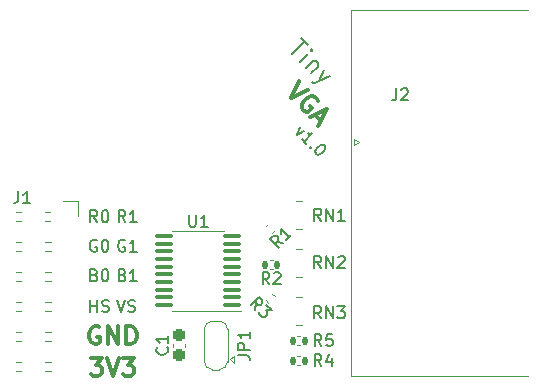
<source format=gbr>
%TF.GenerationSoftware,KiCad,Pcbnew,7.0.8*%
%TF.CreationDate,2023-10-23T19:29:07+02:00*%
%TF.ProjectId,tiny-vga,74696e79-2d76-4676-912e-6b696361645f,v1.0*%
%TF.SameCoordinates,Original*%
%TF.FileFunction,Legend,Top*%
%TF.FilePolarity,Positive*%
%FSLAX46Y46*%
G04 Gerber Fmt 4.6, Leading zero omitted, Abs format (unit mm)*
G04 Created by KiCad (PCBNEW 7.0.8) date 2023-10-23 19:29:07*
%MOMM*%
%LPD*%
G01*
G04 APERTURE LIST*
G04 Aperture macros list*
%AMRoundRect*
0 Rectangle with rounded corners*
0 $1 Rounding radius*
0 $2 $3 $4 $5 $6 $7 $8 $9 X,Y pos of 4 corners*
0 Add a 4 corners polygon primitive as box body*
4,1,4,$2,$3,$4,$5,$6,$7,$8,$9,$2,$3,0*
0 Add four circle primitives for the rounded corners*
1,1,$1+$1,$2,$3*
1,1,$1+$1,$4,$5*
1,1,$1+$1,$6,$7*
1,1,$1+$1,$8,$9*
0 Add four rect primitives between the rounded corners*
20,1,$1+$1,$2,$3,$4,$5,0*
20,1,$1+$1,$4,$5,$6,$7,0*
20,1,$1+$1,$6,$7,$8,$9,0*
20,1,$1+$1,$8,$9,$2,$3,0*%
%AMFreePoly0*
4,1,19,0.550000,-0.750000,0.000000,-0.750000,0.000000,-0.744911,-0.071157,-0.744911,-0.207708,-0.704816,-0.327430,-0.627875,-0.420627,-0.520320,-0.479746,-0.390866,-0.500000,-0.250000,-0.500000,0.250000,-0.479746,0.390866,-0.420627,0.520320,-0.327430,0.627875,-0.207708,0.704816,-0.071157,0.744911,0.000000,0.744911,0.000000,0.750000,0.550000,0.750000,0.550000,-0.750000,0.550000,-0.750000,
$1*%
%AMFreePoly1*
4,1,19,0.000000,0.744911,0.071157,0.744911,0.207708,0.704816,0.327430,0.627875,0.420627,0.520320,0.479746,0.390866,0.500000,0.250000,0.500000,-0.250000,0.479746,-0.390866,0.420627,-0.520320,0.327430,-0.627875,0.207708,-0.704816,0.071157,-0.744911,0.000000,-0.744911,0.000000,-0.750000,-0.550000,-0.750000,-0.550000,0.750000,0.000000,0.750000,0.000000,0.744911,0.000000,0.744911,
$1*%
G04 Aperture macros list end*
%ADD10C,0.200000*%
%ADD11C,0.300000*%
%ADD12C,0.350000*%
%ADD13C,0.150000*%
%ADD14C,0.120000*%
%ADD15RoundRect,0.135000X-0.035355X0.226274X-0.226274X0.035355X0.035355X-0.226274X0.226274X-0.035355X0*%
%ADD16R,0.500000X0.400000*%
%ADD17R,0.500000X0.300000*%
%ADD18FreePoly0,90.000000*%
%ADD19R,1.500000X1.000000*%
%ADD20FreePoly1,90.000000*%
%ADD21R,1.700000X1.700000*%
%ADD22O,1.700000X1.700000*%
%ADD23RoundRect,0.135000X0.135000X0.185000X-0.135000X0.185000X-0.135000X-0.185000X0.135000X-0.185000X0*%
%ADD24C,4.000000*%
%ADD25R,1.600000X1.600000*%
%ADD26C,1.600000*%
%ADD27RoundRect,0.135000X-0.135000X-0.185000X0.135000X-0.185000X0.135000X0.185000X-0.135000X0.185000X0*%
%ADD28RoundRect,0.135000X0.226274X0.035355X0.035355X0.226274X-0.226274X-0.035355X-0.035355X-0.226274X0*%
%ADD29RoundRect,0.100000X0.637500X0.100000X-0.637500X0.100000X-0.637500X-0.100000X0.637500X-0.100000X0*%
%ADD30RoundRect,0.237500X-0.237500X0.300000X-0.237500X-0.300000X0.237500X-0.300000X0.237500X0.300000X0*%
G04 APERTURE END LIST*
D10*
X137126816Y-86567219D02*
X137460149Y-87567219D01*
X137460149Y-87567219D02*
X137793482Y-86567219D01*
X138079197Y-87519600D02*
X138222054Y-87567219D01*
X138222054Y-87567219D02*
X138460149Y-87567219D01*
X138460149Y-87567219D02*
X138555387Y-87519600D01*
X138555387Y-87519600D02*
X138603006Y-87471980D01*
X138603006Y-87471980D02*
X138650625Y-87376742D01*
X138650625Y-87376742D02*
X138650625Y-87281504D01*
X138650625Y-87281504D02*
X138603006Y-87186266D01*
X138603006Y-87186266D02*
X138555387Y-87138647D01*
X138555387Y-87138647D02*
X138460149Y-87091028D01*
X138460149Y-87091028D02*
X138269673Y-87043409D01*
X138269673Y-87043409D02*
X138174435Y-86995790D01*
X138174435Y-86995790D02*
X138126816Y-86948171D01*
X138126816Y-86948171D02*
X138079197Y-86852933D01*
X138079197Y-86852933D02*
X138079197Y-86757695D01*
X138079197Y-86757695D02*
X138126816Y-86662457D01*
X138126816Y-86662457D02*
X138174435Y-86614838D01*
X138174435Y-86614838D02*
X138269673Y-86567219D01*
X138269673Y-86567219D02*
X138507768Y-86567219D01*
X138507768Y-86567219D02*
X138650625Y-86614838D01*
X135441101Y-79967219D02*
X135107768Y-79491028D01*
X134869673Y-79967219D02*
X134869673Y-78967219D01*
X134869673Y-78967219D02*
X135250625Y-78967219D01*
X135250625Y-78967219D02*
X135345863Y-79014838D01*
X135345863Y-79014838D02*
X135393482Y-79062457D01*
X135393482Y-79062457D02*
X135441101Y-79157695D01*
X135441101Y-79157695D02*
X135441101Y-79300552D01*
X135441101Y-79300552D02*
X135393482Y-79395790D01*
X135393482Y-79395790D02*
X135345863Y-79443409D01*
X135345863Y-79443409D02*
X135250625Y-79491028D01*
X135250625Y-79491028D02*
X134869673Y-79491028D01*
X136060149Y-78967219D02*
X136155387Y-78967219D01*
X136155387Y-78967219D02*
X136250625Y-79014838D01*
X136250625Y-79014838D02*
X136298244Y-79062457D01*
X136298244Y-79062457D02*
X136345863Y-79157695D01*
X136345863Y-79157695D02*
X136393482Y-79348171D01*
X136393482Y-79348171D02*
X136393482Y-79586266D01*
X136393482Y-79586266D02*
X136345863Y-79776742D01*
X136345863Y-79776742D02*
X136298244Y-79871980D01*
X136298244Y-79871980D02*
X136250625Y-79919600D01*
X136250625Y-79919600D02*
X136155387Y-79967219D01*
X136155387Y-79967219D02*
X136060149Y-79967219D01*
X136060149Y-79967219D02*
X135964911Y-79919600D01*
X135964911Y-79919600D02*
X135917292Y-79871980D01*
X135917292Y-79871980D02*
X135869673Y-79776742D01*
X135869673Y-79776742D02*
X135822054Y-79586266D01*
X135822054Y-79586266D02*
X135822054Y-79348171D01*
X135822054Y-79348171D02*
X135869673Y-79157695D01*
X135869673Y-79157695D02*
X135917292Y-79062457D01*
X135917292Y-79062457D02*
X135964911Y-79014838D01*
X135964911Y-79014838D02*
X136060149Y-78967219D01*
X152691873Y-64396236D02*
X153297965Y-65002327D01*
X151934259Y-65759942D02*
X152994919Y-64699282D01*
X152590858Y-66416541D02*
X153297965Y-65709434D01*
X153651518Y-65355881D02*
X153550503Y-65355881D01*
X153550503Y-65355881D02*
X153550503Y-65456896D01*
X153550503Y-65456896D02*
X153651518Y-65456896D01*
X153651518Y-65456896D02*
X153651518Y-65355881D01*
X153651518Y-65355881D02*
X153550503Y-65456896D01*
X153803041Y-66214510D02*
X153095934Y-66921617D01*
X153702026Y-66315526D02*
X153803041Y-66315526D01*
X153803041Y-66315526D02*
X153954564Y-66366033D01*
X153954564Y-66366033D02*
X154106087Y-66517556D01*
X154106087Y-66517556D02*
X154156594Y-66669079D01*
X154156594Y-66669079D02*
X154106087Y-66820602D01*
X154106087Y-66820602D02*
X153550503Y-67376186D01*
X154661671Y-67073140D02*
X154207102Y-68032785D01*
X155166747Y-67578216D02*
X154207102Y-68032785D01*
X154207102Y-68032785D02*
X153853549Y-68184308D01*
X153853549Y-68184308D02*
X153752534Y-68184308D01*
X153752534Y-68184308D02*
X153601011Y-68133800D01*
X137603006Y-84443409D02*
X137745863Y-84491028D01*
X137745863Y-84491028D02*
X137793482Y-84538647D01*
X137793482Y-84538647D02*
X137841101Y-84633885D01*
X137841101Y-84633885D02*
X137841101Y-84776742D01*
X137841101Y-84776742D02*
X137793482Y-84871980D01*
X137793482Y-84871980D02*
X137745863Y-84919600D01*
X137745863Y-84919600D02*
X137650625Y-84967219D01*
X137650625Y-84967219D02*
X137269673Y-84967219D01*
X137269673Y-84967219D02*
X137269673Y-83967219D01*
X137269673Y-83967219D02*
X137603006Y-83967219D01*
X137603006Y-83967219D02*
X137698244Y-84014838D01*
X137698244Y-84014838D02*
X137745863Y-84062457D01*
X137745863Y-84062457D02*
X137793482Y-84157695D01*
X137793482Y-84157695D02*
X137793482Y-84252933D01*
X137793482Y-84252933D02*
X137745863Y-84348171D01*
X137745863Y-84348171D02*
X137698244Y-84395790D01*
X137698244Y-84395790D02*
X137603006Y-84443409D01*
X137603006Y-84443409D02*
X137269673Y-84443409D01*
X138793482Y-84967219D02*
X138222054Y-84967219D01*
X138507768Y-84967219D02*
X138507768Y-83967219D01*
X138507768Y-83967219D02*
X138412530Y-84110076D01*
X138412530Y-84110076D02*
X138317292Y-84205314D01*
X138317292Y-84205314D02*
X138222054Y-84252933D01*
X135203006Y-84443409D02*
X135345863Y-84491028D01*
X135345863Y-84491028D02*
X135393482Y-84538647D01*
X135393482Y-84538647D02*
X135441101Y-84633885D01*
X135441101Y-84633885D02*
X135441101Y-84776742D01*
X135441101Y-84776742D02*
X135393482Y-84871980D01*
X135393482Y-84871980D02*
X135345863Y-84919600D01*
X135345863Y-84919600D02*
X135250625Y-84967219D01*
X135250625Y-84967219D02*
X134869673Y-84967219D01*
X134869673Y-84967219D02*
X134869673Y-83967219D01*
X134869673Y-83967219D02*
X135203006Y-83967219D01*
X135203006Y-83967219D02*
X135298244Y-84014838D01*
X135298244Y-84014838D02*
X135345863Y-84062457D01*
X135345863Y-84062457D02*
X135393482Y-84157695D01*
X135393482Y-84157695D02*
X135393482Y-84252933D01*
X135393482Y-84252933D02*
X135345863Y-84348171D01*
X135345863Y-84348171D02*
X135298244Y-84395790D01*
X135298244Y-84395790D02*
X135203006Y-84443409D01*
X135203006Y-84443409D02*
X134869673Y-84443409D01*
X136060149Y-83967219D02*
X136155387Y-83967219D01*
X136155387Y-83967219D02*
X136250625Y-84014838D01*
X136250625Y-84014838D02*
X136298244Y-84062457D01*
X136298244Y-84062457D02*
X136345863Y-84157695D01*
X136345863Y-84157695D02*
X136393482Y-84348171D01*
X136393482Y-84348171D02*
X136393482Y-84586266D01*
X136393482Y-84586266D02*
X136345863Y-84776742D01*
X136345863Y-84776742D02*
X136298244Y-84871980D01*
X136298244Y-84871980D02*
X136250625Y-84919600D01*
X136250625Y-84919600D02*
X136155387Y-84967219D01*
X136155387Y-84967219D02*
X136060149Y-84967219D01*
X136060149Y-84967219D02*
X135964911Y-84919600D01*
X135964911Y-84919600D02*
X135917292Y-84871980D01*
X135917292Y-84871980D02*
X135869673Y-84776742D01*
X135869673Y-84776742D02*
X135822054Y-84586266D01*
X135822054Y-84586266D02*
X135822054Y-84348171D01*
X135822054Y-84348171D02*
X135869673Y-84157695D01*
X135869673Y-84157695D02*
X135917292Y-84062457D01*
X135917292Y-84062457D02*
X135964911Y-84014838D01*
X135964911Y-84014838D02*
X136060149Y-83967219D01*
X135393482Y-81514838D02*
X135298244Y-81467219D01*
X135298244Y-81467219D02*
X135155387Y-81467219D01*
X135155387Y-81467219D02*
X135012530Y-81514838D01*
X135012530Y-81514838D02*
X134917292Y-81610076D01*
X134917292Y-81610076D02*
X134869673Y-81705314D01*
X134869673Y-81705314D02*
X134822054Y-81895790D01*
X134822054Y-81895790D02*
X134822054Y-82038647D01*
X134822054Y-82038647D02*
X134869673Y-82229123D01*
X134869673Y-82229123D02*
X134917292Y-82324361D01*
X134917292Y-82324361D02*
X135012530Y-82419600D01*
X135012530Y-82419600D02*
X135155387Y-82467219D01*
X135155387Y-82467219D02*
X135250625Y-82467219D01*
X135250625Y-82467219D02*
X135393482Y-82419600D01*
X135393482Y-82419600D02*
X135441101Y-82371980D01*
X135441101Y-82371980D02*
X135441101Y-82038647D01*
X135441101Y-82038647D02*
X135250625Y-82038647D01*
X136060149Y-81467219D02*
X136155387Y-81467219D01*
X136155387Y-81467219D02*
X136250625Y-81514838D01*
X136250625Y-81514838D02*
X136298244Y-81562457D01*
X136298244Y-81562457D02*
X136345863Y-81657695D01*
X136345863Y-81657695D02*
X136393482Y-81848171D01*
X136393482Y-81848171D02*
X136393482Y-82086266D01*
X136393482Y-82086266D02*
X136345863Y-82276742D01*
X136345863Y-82276742D02*
X136298244Y-82371980D01*
X136298244Y-82371980D02*
X136250625Y-82419600D01*
X136250625Y-82419600D02*
X136155387Y-82467219D01*
X136155387Y-82467219D02*
X136060149Y-82467219D01*
X136060149Y-82467219D02*
X135964911Y-82419600D01*
X135964911Y-82419600D02*
X135917292Y-82371980D01*
X135917292Y-82371980D02*
X135869673Y-82276742D01*
X135869673Y-82276742D02*
X135822054Y-82086266D01*
X135822054Y-82086266D02*
X135822054Y-81848171D01*
X135822054Y-81848171D02*
X135869673Y-81657695D01*
X135869673Y-81657695D02*
X135917292Y-81562457D01*
X135917292Y-81562457D02*
X135964911Y-81514838D01*
X135964911Y-81514838D02*
X136060149Y-81467219D01*
D11*
X134911653Y-91500828D02*
X135840225Y-91500828D01*
X135840225Y-91500828D02*
X135340225Y-92072257D01*
X135340225Y-92072257D02*
X135554510Y-92072257D01*
X135554510Y-92072257D02*
X135697368Y-92143685D01*
X135697368Y-92143685D02*
X135768796Y-92215114D01*
X135768796Y-92215114D02*
X135840225Y-92357971D01*
X135840225Y-92357971D02*
X135840225Y-92715114D01*
X135840225Y-92715114D02*
X135768796Y-92857971D01*
X135768796Y-92857971D02*
X135697368Y-92929400D01*
X135697368Y-92929400D02*
X135554510Y-93000828D01*
X135554510Y-93000828D02*
X135125939Y-93000828D01*
X135125939Y-93000828D02*
X134983082Y-92929400D01*
X134983082Y-92929400D02*
X134911653Y-92857971D01*
X136268796Y-91500828D02*
X136768796Y-93000828D01*
X136768796Y-93000828D02*
X137268796Y-91500828D01*
X137625938Y-91500828D02*
X138554510Y-91500828D01*
X138554510Y-91500828D02*
X138054510Y-92072257D01*
X138054510Y-92072257D02*
X138268795Y-92072257D01*
X138268795Y-92072257D02*
X138411653Y-92143685D01*
X138411653Y-92143685D02*
X138483081Y-92215114D01*
X138483081Y-92215114D02*
X138554510Y-92357971D01*
X138554510Y-92357971D02*
X138554510Y-92715114D01*
X138554510Y-92715114D02*
X138483081Y-92857971D01*
X138483081Y-92857971D02*
X138411653Y-92929400D01*
X138411653Y-92929400D02*
X138268795Y-93000828D01*
X138268795Y-93000828D02*
X137840224Y-93000828D01*
X137840224Y-93000828D02*
X137697367Y-92929400D01*
X137697367Y-92929400D02*
X137625938Y-92857971D01*
D10*
X137793482Y-81514838D02*
X137698244Y-81467219D01*
X137698244Y-81467219D02*
X137555387Y-81467219D01*
X137555387Y-81467219D02*
X137412530Y-81514838D01*
X137412530Y-81514838D02*
X137317292Y-81610076D01*
X137317292Y-81610076D02*
X137269673Y-81705314D01*
X137269673Y-81705314D02*
X137222054Y-81895790D01*
X137222054Y-81895790D02*
X137222054Y-82038647D01*
X137222054Y-82038647D02*
X137269673Y-82229123D01*
X137269673Y-82229123D02*
X137317292Y-82324361D01*
X137317292Y-82324361D02*
X137412530Y-82419600D01*
X137412530Y-82419600D02*
X137555387Y-82467219D01*
X137555387Y-82467219D02*
X137650625Y-82467219D01*
X137650625Y-82467219D02*
X137793482Y-82419600D01*
X137793482Y-82419600D02*
X137841101Y-82371980D01*
X137841101Y-82371980D02*
X137841101Y-82038647D01*
X137841101Y-82038647D02*
X137650625Y-82038647D01*
X138793482Y-82467219D02*
X138222054Y-82467219D01*
X138507768Y-82467219D02*
X138507768Y-81467219D01*
X138507768Y-81467219D02*
X138412530Y-81610076D01*
X138412530Y-81610076D02*
X138317292Y-81705314D01*
X138317292Y-81705314D02*
X138222054Y-81752933D01*
D11*
X135640225Y-88872257D02*
X135497368Y-88800828D01*
X135497368Y-88800828D02*
X135283082Y-88800828D01*
X135283082Y-88800828D02*
X135068796Y-88872257D01*
X135068796Y-88872257D02*
X134925939Y-89015114D01*
X134925939Y-89015114D02*
X134854510Y-89157971D01*
X134854510Y-89157971D02*
X134783082Y-89443685D01*
X134783082Y-89443685D02*
X134783082Y-89657971D01*
X134783082Y-89657971D02*
X134854510Y-89943685D01*
X134854510Y-89943685D02*
X134925939Y-90086542D01*
X134925939Y-90086542D02*
X135068796Y-90229400D01*
X135068796Y-90229400D02*
X135283082Y-90300828D01*
X135283082Y-90300828D02*
X135425939Y-90300828D01*
X135425939Y-90300828D02*
X135640225Y-90229400D01*
X135640225Y-90229400D02*
X135711653Y-90157971D01*
X135711653Y-90157971D02*
X135711653Y-89657971D01*
X135711653Y-89657971D02*
X135425939Y-89657971D01*
X136354510Y-90300828D02*
X136354510Y-88800828D01*
X136354510Y-88800828D02*
X137211653Y-90300828D01*
X137211653Y-90300828D02*
X137211653Y-88800828D01*
X137925939Y-90300828D02*
X137925939Y-88800828D01*
X137925939Y-88800828D02*
X138283082Y-88800828D01*
X138283082Y-88800828D02*
X138497368Y-88872257D01*
X138497368Y-88872257D02*
X138640225Y-89015114D01*
X138640225Y-89015114D02*
X138711654Y-89157971D01*
X138711654Y-89157971D02*
X138783082Y-89443685D01*
X138783082Y-89443685D02*
X138783082Y-89657971D01*
X138783082Y-89657971D02*
X138711654Y-89943685D01*
X138711654Y-89943685D02*
X138640225Y-90086542D01*
X138640225Y-90086542D02*
X138497368Y-90229400D01*
X138497368Y-90229400D02*
X138283082Y-90300828D01*
X138283082Y-90300828D02*
X137925939Y-90300828D01*
D12*
X152567169Y-68060501D02*
X151860063Y-69474715D01*
X151860063Y-69474715D02*
X153274276Y-68767608D01*
X154132906Y-69727253D02*
X154082398Y-69575730D01*
X154082398Y-69575730D02*
X153930875Y-69424207D01*
X153930875Y-69424207D02*
X153728845Y-69323192D01*
X153728845Y-69323192D02*
X153526814Y-69323192D01*
X153526814Y-69323192D02*
X153375291Y-69373699D01*
X153375291Y-69373699D02*
X153122753Y-69525222D01*
X153122753Y-69525222D02*
X152971230Y-69676745D01*
X152971230Y-69676745D02*
X152819707Y-69929283D01*
X152819707Y-69929283D02*
X152769200Y-70080806D01*
X152769200Y-70080806D02*
X152769200Y-70282837D01*
X152769200Y-70282837D02*
X152870215Y-70484867D01*
X152870215Y-70484867D02*
X152971230Y-70585882D01*
X152971230Y-70585882D02*
X153173261Y-70686898D01*
X153173261Y-70686898D02*
X153274276Y-70686898D01*
X153274276Y-70686898D02*
X153627829Y-70333344D01*
X153627829Y-70333344D02*
X153425799Y-70131314D01*
X153880368Y-70888928D02*
X154385444Y-71394004D01*
X153476306Y-71090959D02*
X154890520Y-70383852D01*
X154890520Y-70383852D02*
X154183413Y-71798065D01*
D10*
X134869673Y-87567219D02*
X134869673Y-86567219D01*
X134869673Y-87043409D02*
X135441101Y-87043409D01*
X135441101Y-87567219D02*
X135441101Y-86567219D01*
X135869673Y-87519600D02*
X136012530Y-87567219D01*
X136012530Y-87567219D02*
X136250625Y-87567219D01*
X136250625Y-87567219D02*
X136345863Y-87519600D01*
X136345863Y-87519600D02*
X136393482Y-87471980D01*
X136393482Y-87471980D02*
X136441101Y-87376742D01*
X136441101Y-87376742D02*
X136441101Y-87281504D01*
X136441101Y-87281504D02*
X136393482Y-87186266D01*
X136393482Y-87186266D02*
X136345863Y-87138647D01*
X136345863Y-87138647D02*
X136250625Y-87091028D01*
X136250625Y-87091028D02*
X136060149Y-87043409D01*
X136060149Y-87043409D02*
X135964911Y-86995790D01*
X135964911Y-86995790D02*
X135917292Y-86948171D01*
X135917292Y-86948171D02*
X135869673Y-86852933D01*
X135869673Y-86852933D02*
X135869673Y-86757695D01*
X135869673Y-86757695D02*
X135917292Y-86662457D01*
X135917292Y-86662457D02*
X135964911Y-86614838D01*
X135964911Y-86614838D02*
X136060149Y-86567219D01*
X136060149Y-86567219D02*
X136298244Y-86567219D01*
X136298244Y-86567219D02*
X136441101Y-86614838D01*
X137841101Y-79967219D02*
X137507768Y-79491028D01*
X137269673Y-79967219D02*
X137269673Y-78967219D01*
X137269673Y-78967219D02*
X137650625Y-78967219D01*
X137650625Y-78967219D02*
X137745863Y-79014838D01*
X137745863Y-79014838D02*
X137793482Y-79062457D01*
X137793482Y-79062457D02*
X137841101Y-79157695D01*
X137841101Y-79157695D02*
X137841101Y-79300552D01*
X137841101Y-79300552D02*
X137793482Y-79395790D01*
X137793482Y-79395790D02*
X137745863Y-79443409D01*
X137745863Y-79443409D02*
X137650625Y-79491028D01*
X137650625Y-79491028D02*
X137269673Y-79491028D01*
X138793482Y-79967219D02*
X138222054Y-79967219D01*
X138507768Y-79967219D02*
X138507768Y-78967219D01*
X138507768Y-78967219D02*
X138412530Y-79110076D01*
X138412530Y-79110076D02*
X138317292Y-79205314D01*
X138317292Y-79205314D02*
X138222054Y-79252933D01*
X152659349Y-71928760D02*
X152356304Y-72568523D01*
X152356304Y-72568523D02*
X152996067Y-72265477D01*
X153164426Y-73376645D02*
X152760365Y-72972584D01*
X152962395Y-73174615D02*
X153669502Y-72467508D01*
X153669502Y-72467508D02*
X153501143Y-72501180D01*
X153501143Y-72501180D02*
X153366456Y-72501180D01*
X153366456Y-72501180D02*
X153265441Y-72467508D01*
X153534815Y-73612347D02*
X153534815Y-73679691D01*
X153534815Y-73679691D02*
X153467472Y-73679691D01*
X153467472Y-73679691D02*
X153467472Y-73612347D01*
X153467472Y-73612347D02*
X153534815Y-73612347D01*
X153534815Y-73612347D02*
X153467472Y-73679691D01*
X154645982Y-73443988D02*
X154713326Y-73511332D01*
X154713326Y-73511332D02*
X154746998Y-73612347D01*
X154746998Y-73612347D02*
X154746998Y-73679691D01*
X154746998Y-73679691D02*
X154713326Y-73780706D01*
X154713326Y-73780706D02*
X154612311Y-73949065D01*
X154612311Y-73949065D02*
X154443952Y-74117423D01*
X154443952Y-74117423D02*
X154275593Y-74218439D01*
X154275593Y-74218439D02*
X154174578Y-74252110D01*
X154174578Y-74252110D02*
X154107234Y-74252110D01*
X154107234Y-74252110D02*
X154006219Y-74218439D01*
X154006219Y-74218439D02*
X153938876Y-74151095D01*
X153938876Y-74151095D02*
X153905204Y-74050080D01*
X153905204Y-74050080D02*
X153905204Y-73982736D01*
X153905204Y-73982736D02*
X153938876Y-73881721D01*
X153938876Y-73881721D02*
X154039891Y-73713362D01*
X154039891Y-73713362D02*
X154208250Y-73545004D01*
X154208250Y-73545004D02*
X154376608Y-73443988D01*
X154376608Y-73443988D02*
X154477624Y-73410317D01*
X154477624Y-73410317D02*
X154544967Y-73410317D01*
X154544967Y-73410317D02*
X154645982Y-73443988D01*
D13*
X151203755Y-81739456D02*
X150631336Y-81638441D01*
X150799694Y-82143517D02*
X150092588Y-81436410D01*
X150092588Y-81436410D02*
X150361962Y-81167036D01*
X150361962Y-81167036D02*
X150462977Y-81133364D01*
X150462977Y-81133364D02*
X150530320Y-81133364D01*
X150530320Y-81133364D02*
X150631336Y-81167036D01*
X150631336Y-81167036D02*
X150732351Y-81268051D01*
X150732351Y-81268051D02*
X150766023Y-81369067D01*
X150766023Y-81369067D02*
X150766023Y-81436410D01*
X150766023Y-81436410D02*
X150732351Y-81537425D01*
X150732351Y-81537425D02*
X150462977Y-81806799D01*
X151877190Y-81066021D02*
X151473129Y-81470082D01*
X151675160Y-81268051D02*
X150968053Y-80560945D01*
X150968053Y-80560945D02*
X151001725Y-80729303D01*
X151001725Y-80729303D02*
X151001725Y-80863990D01*
X151001725Y-80863990D02*
X150968053Y-80965006D01*
X154409523Y-88104819D02*
X154076190Y-87628628D01*
X153838095Y-88104819D02*
X153838095Y-87104819D01*
X153838095Y-87104819D02*
X154219047Y-87104819D01*
X154219047Y-87104819D02*
X154314285Y-87152438D01*
X154314285Y-87152438D02*
X154361904Y-87200057D01*
X154361904Y-87200057D02*
X154409523Y-87295295D01*
X154409523Y-87295295D02*
X154409523Y-87438152D01*
X154409523Y-87438152D02*
X154361904Y-87533390D01*
X154361904Y-87533390D02*
X154314285Y-87581009D01*
X154314285Y-87581009D02*
X154219047Y-87628628D01*
X154219047Y-87628628D02*
X153838095Y-87628628D01*
X154838095Y-88104819D02*
X154838095Y-87104819D01*
X154838095Y-87104819D02*
X155409523Y-88104819D01*
X155409523Y-88104819D02*
X155409523Y-87104819D01*
X155790476Y-87104819D02*
X156409523Y-87104819D01*
X156409523Y-87104819D02*
X156076190Y-87485771D01*
X156076190Y-87485771D02*
X156219047Y-87485771D01*
X156219047Y-87485771D02*
X156314285Y-87533390D01*
X156314285Y-87533390D02*
X156361904Y-87581009D01*
X156361904Y-87581009D02*
X156409523Y-87676247D01*
X156409523Y-87676247D02*
X156409523Y-87914342D01*
X156409523Y-87914342D02*
X156361904Y-88009580D01*
X156361904Y-88009580D02*
X156314285Y-88057200D01*
X156314285Y-88057200D02*
X156219047Y-88104819D01*
X156219047Y-88104819D02*
X155933333Y-88104819D01*
X155933333Y-88104819D02*
X155838095Y-88057200D01*
X155838095Y-88057200D02*
X155790476Y-88009580D01*
X147354819Y-91233333D02*
X148069104Y-91233333D01*
X148069104Y-91233333D02*
X148211961Y-91280952D01*
X148211961Y-91280952D02*
X148307200Y-91376190D01*
X148307200Y-91376190D02*
X148354819Y-91519047D01*
X148354819Y-91519047D02*
X148354819Y-91614285D01*
X148354819Y-90757142D02*
X147354819Y-90757142D01*
X147354819Y-90757142D02*
X147354819Y-90376190D01*
X147354819Y-90376190D02*
X147402438Y-90280952D01*
X147402438Y-90280952D02*
X147450057Y-90233333D01*
X147450057Y-90233333D02*
X147545295Y-90185714D01*
X147545295Y-90185714D02*
X147688152Y-90185714D01*
X147688152Y-90185714D02*
X147783390Y-90233333D01*
X147783390Y-90233333D02*
X147831009Y-90280952D01*
X147831009Y-90280952D02*
X147878628Y-90376190D01*
X147878628Y-90376190D02*
X147878628Y-90757142D01*
X148354819Y-89233333D02*
X148354819Y-89804761D01*
X148354819Y-89519047D02*
X147354819Y-89519047D01*
X147354819Y-89519047D02*
X147497676Y-89614285D01*
X147497676Y-89614285D02*
X147592914Y-89709523D01*
X147592914Y-89709523D02*
X147640533Y-89804761D01*
X128766666Y-77354819D02*
X128766666Y-78069104D01*
X128766666Y-78069104D02*
X128719047Y-78211961D01*
X128719047Y-78211961D02*
X128623809Y-78307200D01*
X128623809Y-78307200D02*
X128480952Y-78354819D01*
X128480952Y-78354819D02*
X128385714Y-78354819D01*
X129766666Y-78354819D02*
X129195238Y-78354819D01*
X129480952Y-78354819D02*
X129480952Y-77354819D01*
X129480952Y-77354819D02*
X129385714Y-77497676D01*
X129385714Y-77497676D02*
X129290476Y-77592914D01*
X129290476Y-77592914D02*
X129195238Y-77640533D01*
X150023333Y-85224819D02*
X149690000Y-84748628D01*
X149451905Y-85224819D02*
X149451905Y-84224819D01*
X149451905Y-84224819D02*
X149832857Y-84224819D01*
X149832857Y-84224819D02*
X149928095Y-84272438D01*
X149928095Y-84272438D02*
X149975714Y-84320057D01*
X149975714Y-84320057D02*
X150023333Y-84415295D01*
X150023333Y-84415295D02*
X150023333Y-84558152D01*
X150023333Y-84558152D02*
X149975714Y-84653390D01*
X149975714Y-84653390D02*
X149928095Y-84701009D01*
X149928095Y-84701009D02*
X149832857Y-84748628D01*
X149832857Y-84748628D02*
X149451905Y-84748628D01*
X150404286Y-84320057D02*
X150451905Y-84272438D01*
X150451905Y-84272438D02*
X150547143Y-84224819D01*
X150547143Y-84224819D02*
X150785238Y-84224819D01*
X150785238Y-84224819D02*
X150880476Y-84272438D01*
X150880476Y-84272438D02*
X150928095Y-84320057D01*
X150928095Y-84320057D02*
X150975714Y-84415295D01*
X150975714Y-84415295D02*
X150975714Y-84510533D01*
X150975714Y-84510533D02*
X150928095Y-84653390D01*
X150928095Y-84653390D02*
X150356667Y-85224819D01*
X150356667Y-85224819D02*
X150975714Y-85224819D01*
X160766666Y-68654819D02*
X160766666Y-69369104D01*
X160766666Y-69369104D02*
X160719047Y-69511961D01*
X160719047Y-69511961D02*
X160623809Y-69607200D01*
X160623809Y-69607200D02*
X160480952Y-69654819D01*
X160480952Y-69654819D02*
X160385714Y-69654819D01*
X161195238Y-68750057D02*
X161242857Y-68702438D01*
X161242857Y-68702438D02*
X161338095Y-68654819D01*
X161338095Y-68654819D02*
X161576190Y-68654819D01*
X161576190Y-68654819D02*
X161671428Y-68702438D01*
X161671428Y-68702438D02*
X161719047Y-68750057D01*
X161719047Y-68750057D02*
X161766666Y-68845295D01*
X161766666Y-68845295D02*
X161766666Y-68940533D01*
X161766666Y-68940533D02*
X161719047Y-69083390D01*
X161719047Y-69083390D02*
X161147619Y-69654819D01*
X161147619Y-69654819D02*
X161766666Y-69654819D01*
X154433333Y-92154819D02*
X154100000Y-91678628D01*
X153861905Y-92154819D02*
X153861905Y-91154819D01*
X153861905Y-91154819D02*
X154242857Y-91154819D01*
X154242857Y-91154819D02*
X154338095Y-91202438D01*
X154338095Y-91202438D02*
X154385714Y-91250057D01*
X154385714Y-91250057D02*
X154433333Y-91345295D01*
X154433333Y-91345295D02*
X154433333Y-91488152D01*
X154433333Y-91488152D02*
X154385714Y-91583390D01*
X154385714Y-91583390D02*
X154338095Y-91631009D01*
X154338095Y-91631009D02*
X154242857Y-91678628D01*
X154242857Y-91678628D02*
X153861905Y-91678628D01*
X155290476Y-91488152D02*
X155290476Y-92154819D01*
X155052381Y-91107200D02*
X154814286Y-91821485D01*
X154814286Y-91821485D02*
X155433333Y-91821485D01*
X154433333Y-90454819D02*
X154100000Y-89978628D01*
X153861905Y-90454819D02*
X153861905Y-89454819D01*
X153861905Y-89454819D02*
X154242857Y-89454819D01*
X154242857Y-89454819D02*
X154338095Y-89502438D01*
X154338095Y-89502438D02*
X154385714Y-89550057D01*
X154385714Y-89550057D02*
X154433333Y-89645295D01*
X154433333Y-89645295D02*
X154433333Y-89788152D01*
X154433333Y-89788152D02*
X154385714Y-89883390D01*
X154385714Y-89883390D02*
X154338095Y-89931009D01*
X154338095Y-89931009D02*
X154242857Y-89978628D01*
X154242857Y-89978628D02*
X153861905Y-89978628D01*
X155338095Y-89454819D02*
X154861905Y-89454819D01*
X154861905Y-89454819D02*
X154814286Y-89931009D01*
X154814286Y-89931009D02*
X154861905Y-89883390D01*
X154861905Y-89883390D02*
X154957143Y-89835771D01*
X154957143Y-89835771D02*
X155195238Y-89835771D01*
X155195238Y-89835771D02*
X155290476Y-89883390D01*
X155290476Y-89883390D02*
X155338095Y-89931009D01*
X155338095Y-89931009D02*
X155385714Y-90026247D01*
X155385714Y-90026247D02*
X155385714Y-90264342D01*
X155385714Y-90264342D02*
X155338095Y-90359580D01*
X155338095Y-90359580D02*
X155290476Y-90407200D01*
X155290476Y-90407200D02*
X155195238Y-90454819D01*
X155195238Y-90454819D02*
X154957143Y-90454819D01*
X154957143Y-90454819D02*
X154861905Y-90407200D01*
X154861905Y-90407200D02*
X154814286Y-90359580D01*
X154409523Y-79854819D02*
X154076190Y-79378628D01*
X153838095Y-79854819D02*
X153838095Y-78854819D01*
X153838095Y-78854819D02*
X154219047Y-78854819D01*
X154219047Y-78854819D02*
X154314285Y-78902438D01*
X154314285Y-78902438D02*
X154361904Y-78950057D01*
X154361904Y-78950057D02*
X154409523Y-79045295D01*
X154409523Y-79045295D02*
X154409523Y-79188152D01*
X154409523Y-79188152D02*
X154361904Y-79283390D01*
X154361904Y-79283390D02*
X154314285Y-79331009D01*
X154314285Y-79331009D02*
X154219047Y-79378628D01*
X154219047Y-79378628D02*
X153838095Y-79378628D01*
X154838095Y-79854819D02*
X154838095Y-78854819D01*
X154838095Y-78854819D02*
X155409523Y-79854819D01*
X155409523Y-79854819D02*
X155409523Y-78854819D01*
X156409523Y-79854819D02*
X155838095Y-79854819D01*
X156123809Y-79854819D02*
X156123809Y-78854819D01*
X156123809Y-78854819D02*
X156028571Y-78997676D01*
X156028571Y-78997676D02*
X155933333Y-79092914D01*
X155933333Y-79092914D02*
X155838095Y-79140533D01*
X148833228Y-87431069D02*
X148934243Y-86858650D01*
X148429167Y-87027008D02*
X149136274Y-86319902D01*
X149136274Y-86319902D02*
X149405648Y-86589276D01*
X149405648Y-86589276D02*
X149439320Y-86690291D01*
X149439320Y-86690291D02*
X149439320Y-86757634D01*
X149439320Y-86757634D02*
X149405648Y-86858650D01*
X149405648Y-86858650D02*
X149304633Y-86959665D01*
X149304633Y-86959665D02*
X149203617Y-86993337D01*
X149203617Y-86993337D02*
X149136274Y-86993337D01*
X149136274Y-86993337D02*
X149035259Y-86959665D01*
X149035259Y-86959665D02*
X148765885Y-86690291D01*
X149776037Y-86959665D02*
X150213770Y-87397398D01*
X150213770Y-87397398D02*
X149708694Y-87431069D01*
X149708694Y-87431069D02*
X149809709Y-87532085D01*
X149809709Y-87532085D02*
X149843381Y-87633100D01*
X149843381Y-87633100D02*
X149843381Y-87700443D01*
X149843381Y-87700443D02*
X149809709Y-87801459D01*
X149809709Y-87801459D02*
X149641350Y-87969817D01*
X149641350Y-87969817D02*
X149540335Y-88003489D01*
X149540335Y-88003489D02*
X149472991Y-88003489D01*
X149472991Y-88003489D02*
X149371976Y-87969817D01*
X149371976Y-87969817D02*
X149169946Y-87767787D01*
X149169946Y-87767787D02*
X149136274Y-87666772D01*
X149136274Y-87666772D02*
X149136274Y-87599428D01*
X154409523Y-83854819D02*
X154076190Y-83378628D01*
X153838095Y-83854819D02*
X153838095Y-82854819D01*
X153838095Y-82854819D02*
X154219047Y-82854819D01*
X154219047Y-82854819D02*
X154314285Y-82902438D01*
X154314285Y-82902438D02*
X154361904Y-82950057D01*
X154361904Y-82950057D02*
X154409523Y-83045295D01*
X154409523Y-83045295D02*
X154409523Y-83188152D01*
X154409523Y-83188152D02*
X154361904Y-83283390D01*
X154361904Y-83283390D02*
X154314285Y-83331009D01*
X154314285Y-83331009D02*
X154219047Y-83378628D01*
X154219047Y-83378628D02*
X153838095Y-83378628D01*
X154838095Y-83854819D02*
X154838095Y-82854819D01*
X154838095Y-82854819D02*
X155409523Y-83854819D01*
X155409523Y-83854819D02*
X155409523Y-82854819D01*
X155838095Y-82950057D02*
X155885714Y-82902438D01*
X155885714Y-82902438D02*
X155980952Y-82854819D01*
X155980952Y-82854819D02*
X156219047Y-82854819D01*
X156219047Y-82854819D02*
X156314285Y-82902438D01*
X156314285Y-82902438D02*
X156361904Y-82950057D01*
X156361904Y-82950057D02*
X156409523Y-83045295D01*
X156409523Y-83045295D02*
X156409523Y-83140533D01*
X156409523Y-83140533D02*
X156361904Y-83283390D01*
X156361904Y-83283390D02*
X155790476Y-83854819D01*
X155790476Y-83854819D02*
X156409523Y-83854819D01*
X143238095Y-79354819D02*
X143238095Y-80164342D01*
X143238095Y-80164342D02*
X143285714Y-80259580D01*
X143285714Y-80259580D02*
X143333333Y-80307200D01*
X143333333Y-80307200D02*
X143428571Y-80354819D01*
X143428571Y-80354819D02*
X143619047Y-80354819D01*
X143619047Y-80354819D02*
X143714285Y-80307200D01*
X143714285Y-80307200D02*
X143761904Y-80259580D01*
X143761904Y-80259580D02*
X143809523Y-80164342D01*
X143809523Y-80164342D02*
X143809523Y-79354819D01*
X144809523Y-80354819D02*
X144238095Y-80354819D01*
X144523809Y-80354819D02*
X144523809Y-79354819D01*
X144523809Y-79354819D02*
X144428571Y-79497676D01*
X144428571Y-79497676D02*
X144333333Y-79592914D01*
X144333333Y-79592914D02*
X144238095Y-79640533D01*
X141359580Y-90566666D02*
X141407200Y-90614285D01*
X141407200Y-90614285D02*
X141454819Y-90757142D01*
X141454819Y-90757142D02*
X141454819Y-90852380D01*
X141454819Y-90852380D02*
X141407200Y-90995237D01*
X141407200Y-90995237D02*
X141311961Y-91090475D01*
X141311961Y-91090475D02*
X141216723Y-91138094D01*
X141216723Y-91138094D02*
X141026247Y-91185713D01*
X141026247Y-91185713D02*
X140883390Y-91185713D01*
X140883390Y-91185713D02*
X140692914Y-91138094D01*
X140692914Y-91138094D02*
X140597676Y-91090475D01*
X140597676Y-91090475D02*
X140502438Y-90995237D01*
X140502438Y-90995237D02*
X140454819Y-90852380D01*
X140454819Y-90852380D02*
X140454819Y-90757142D01*
X140454819Y-90757142D02*
X140502438Y-90614285D01*
X140502438Y-90614285D02*
X140550057Y-90566666D01*
X141454819Y-89614285D02*
X141454819Y-90185713D01*
X141454819Y-89899999D02*
X140454819Y-89899999D01*
X140454819Y-89899999D02*
X140597676Y-89995237D01*
X140597676Y-89995237D02*
X140692914Y-90090475D01*
X140692914Y-90090475D02*
X140740533Y-90185713D01*
D14*
%TO.C,R1*%
X150477341Y-80660060D02*
X150260060Y-80877341D01*
X149939940Y-80122659D02*
X149722659Y-80339940D01*
%TO.C,RN3*%
X152250000Y-88680000D02*
X152750000Y-88680000D01*
X152250000Y-86320000D02*
X152750000Y-86320000D01*
%TO.C,JP1*%
X145800000Y-92450000D02*
X145200000Y-92450000D01*
X147000000Y-91900000D02*
X147000000Y-91300000D01*
X144500000Y-91800000D02*
X144500000Y-89000000D01*
X146700000Y-91600000D02*
X147000000Y-91900000D01*
X146700000Y-91600000D02*
X147000000Y-91300000D01*
X146500000Y-89000000D02*
X146500000Y-91800000D01*
X145200000Y-88350000D02*
X145800000Y-88350000D01*
X144500000Y-91750000D02*
G75*
G03*
X145200000Y-92450000I699999J-1D01*
G01*
X145800000Y-92450000D02*
G75*
G03*
X146500000Y-91750000I1J699999D01*
G01*
X145200000Y-88350000D02*
G75*
G03*
X144500000Y-89050000I0J-700000D01*
G01*
X146500000Y-89050000D02*
G75*
G03*
X145800000Y-88350000I-700000J0D01*
G01*
%TO.C,J1*%
X128957071Y-79080000D02*
X128560000Y-79080000D01*
X128957071Y-79840000D02*
X128560000Y-79840000D01*
X128957071Y-81620000D02*
X128560000Y-81620000D01*
X128957071Y-82380000D02*
X128560000Y-82380000D01*
X128957071Y-84160000D02*
X128560000Y-84160000D01*
X128957071Y-84920000D02*
X128560000Y-84920000D01*
X128957071Y-86700000D02*
X128560000Y-86700000D01*
X128957071Y-87460000D02*
X128560000Y-87460000D01*
X128957071Y-89240000D02*
X128560000Y-89240000D01*
X128957071Y-90000000D02*
X128560000Y-90000000D01*
X128957071Y-91780000D02*
X128560000Y-91780000D01*
X128957071Y-92540000D02*
X128560000Y-92540000D01*
X131430000Y-79080000D02*
X131042929Y-79080000D01*
X131430000Y-79840000D02*
X131042929Y-79840000D01*
X131497071Y-81620000D02*
X131042929Y-81620000D01*
X131497071Y-82380000D02*
X131042929Y-82380000D01*
X131497071Y-84160000D02*
X131042929Y-84160000D01*
X131497071Y-84920000D02*
X131042929Y-84920000D01*
X131497071Y-86700000D02*
X131042929Y-86700000D01*
X131497071Y-87460000D02*
X131042929Y-87460000D01*
X131497071Y-89240000D02*
X131042929Y-89240000D01*
X131497071Y-90000000D02*
X131042929Y-90000000D01*
X131497071Y-91780000D02*
X131042929Y-91780000D01*
X131497071Y-92540000D02*
X131042929Y-92540000D01*
X133810000Y-78190000D02*
X132540000Y-78190000D01*
X133810000Y-79460000D02*
X133810000Y-78190000D01*
%TO.C,R2*%
X150343641Y-83980000D02*
X150036359Y-83980000D01*
X150343641Y-83220000D02*
X150036359Y-83220000D01*
%TO.C,J2*%
X171950000Y-93000000D02*
X156906000Y-92994000D01*
X156906000Y-92994000D02*
X156906000Y-62024000D01*
X157165662Y-73450000D02*
X157165662Y-72950000D01*
X157598675Y-73200000D02*
X157165662Y-73450000D01*
X157165662Y-72950000D02*
X157598675Y-73200000D01*
X156906000Y-62024000D02*
X171950000Y-62030000D01*
%TO.C,R4*%
X152346359Y-91320000D02*
X152653641Y-91320000D01*
X152346359Y-92080000D02*
X152653641Y-92080000D01*
%TO.C,R5*%
X152346359Y-89620000D02*
X152653641Y-89620000D01*
X152346359Y-90380000D02*
X152653641Y-90380000D01*
%TO.C,RN1*%
X152250000Y-80530000D02*
X152750000Y-80530000D01*
X152250000Y-78170000D02*
X152750000Y-78170000D01*
%TO.C,R3*%
X149939940Y-86777341D02*
X149722659Y-86560060D01*
X150477341Y-86239940D02*
X150260060Y-86022659D01*
%TO.C,RN2*%
X152250000Y-84630000D02*
X152750000Y-84630000D01*
X152250000Y-82270000D02*
X152750000Y-82270000D01*
%TO.C,U1*%
X144000000Y-87460000D02*
X147600000Y-87460000D01*
X144000000Y-87460000D02*
X141800000Y-87460000D01*
X144000000Y-80690000D02*
X146200000Y-80690000D01*
X144000000Y-80690000D02*
X141800000Y-80690000D01*
%TO.C,C1*%
X142910000Y-90253733D02*
X142910000Y-90546267D01*
X141890000Y-90253733D02*
X141890000Y-90546267D01*
%TD*%
%LPC*%
D15*
%TO.C,R1*%
X150460624Y-80139376D03*
X149739376Y-80860624D03*
%TD*%
D16*
%TO.C,RN3*%
X153000000Y-88250000D03*
D17*
X153000000Y-87750000D03*
X153000000Y-87250000D03*
D16*
X153000000Y-86750000D03*
X152000000Y-86750000D03*
D17*
X152000000Y-87250000D03*
X152000000Y-87750000D03*
D16*
X152000000Y-88250000D03*
%TD*%
D18*
%TO.C,JP1*%
X145500000Y-91700000D03*
D19*
X145500000Y-90400000D03*
D20*
X145500000Y-89100000D03*
%TD*%
D21*
%TO.C,J1*%
X132540000Y-79460000D03*
D22*
X132540000Y-82000000D03*
X132540000Y-84540000D03*
X132540000Y-87080000D03*
X132540000Y-89620000D03*
X132540000Y-92160000D03*
X130000000Y-79460000D03*
X130000000Y-82000000D03*
X130000000Y-84540000D03*
X130000000Y-87080000D03*
X130000000Y-89620000D03*
X130000000Y-92160000D03*
%TD*%
D23*
%TO.C,R2*%
X150700000Y-83600000D03*
X149680000Y-83600000D03*
%TD*%
D24*
%TO.C,J2*%
X161120000Y-90015000D03*
X161120000Y-65015000D03*
D25*
X158580000Y-73190000D03*
D26*
X158580000Y-75480000D03*
X158580000Y-77770000D03*
X158580000Y-80060000D03*
X158580000Y-82350000D03*
X161120000Y-72045000D03*
X161120000Y-74335000D03*
X161120000Y-76625000D03*
X161120000Y-78915000D03*
X161120000Y-81205000D03*
X163660000Y-73190000D03*
X163660000Y-75480000D03*
X163660000Y-77770000D03*
X163660000Y-80060000D03*
X163660000Y-82350000D03*
%TD*%
D27*
%TO.C,R4*%
X151990000Y-91700000D03*
X153010000Y-91700000D03*
%TD*%
%TO.C,R5*%
X151990000Y-90000000D03*
X153010000Y-90000000D03*
%TD*%
D16*
%TO.C,RN1*%
X153000000Y-80100000D03*
D17*
X153000000Y-79600000D03*
X153000000Y-79100000D03*
D16*
X153000000Y-78600000D03*
X152000000Y-78600000D03*
D17*
X152000000Y-79100000D03*
X152000000Y-79600000D03*
D16*
X152000000Y-80100000D03*
%TD*%
D28*
%TO.C,R3*%
X150460624Y-86760624D03*
X149739376Y-86039376D03*
%TD*%
D16*
%TO.C,RN2*%
X153000000Y-84200000D03*
D17*
X153000000Y-83700000D03*
X153000000Y-83200000D03*
D16*
X153000000Y-82700000D03*
X152000000Y-82700000D03*
D17*
X152000000Y-83200000D03*
X152000000Y-83700000D03*
D16*
X152000000Y-84200000D03*
%TD*%
D29*
%TO.C,U1*%
X146862500Y-87000000D03*
X146862500Y-86350000D03*
X146862500Y-85700000D03*
X146862500Y-85050000D03*
X146862500Y-84400000D03*
X146862500Y-83750000D03*
X146862500Y-83100000D03*
X146862500Y-82450000D03*
X146862500Y-81800000D03*
X146862500Y-81150000D03*
X141137500Y-81150000D03*
X141137500Y-81800000D03*
X141137500Y-82450000D03*
X141137500Y-83100000D03*
X141137500Y-83750000D03*
X141137500Y-84400000D03*
X141137500Y-85050000D03*
X141137500Y-85700000D03*
X141137500Y-86350000D03*
X141137500Y-87000000D03*
%TD*%
D30*
%TO.C,C1*%
X142400000Y-89537500D03*
X142400000Y-91262500D03*
%TD*%
%LPD*%
M02*

</source>
